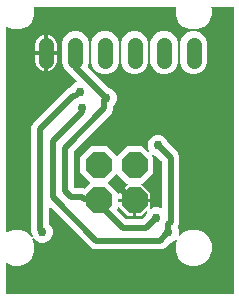
<source format=gbr>
G04 EAGLE Gerber X2 export*
%TF.Part,Single*%
%TF.FileFunction,Copper,L2,Bot,Mixed*%
%TF.FilePolarity,Positive*%
%TF.GenerationSoftware,Autodesk,EAGLE,9.1.0*%
%TF.CreationDate,2018-11-27T18:07:30Z*%
G75*
%MOMM*%
%FSLAX34Y34*%
%LPD*%
%AMOC8*
5,1,8,0,0,1.08239X$1,22.5*%
G01*
%ADD10C,1.308000*%
%ADD11P,2.336880X8X22.500000*%
%ADD12C,0.500000*%
%ADD13C,0.756400*%

G36*
X203336Y10926D02*
X203336Y10926D01*
X203355Y10924D01*
X203457Y10946D01*
X203559Y10962D01*
X203576Y10972D01*
X203596Y10976D01*
X203685Y11029D01*
X203776Y11078D01*
X203790Y11092D01*
X203807Y11102D01*
X203874Y11181D01*
X203946Y11256D01*
X203954Y11274D01*
X203967Y11289D01*
X204006Y11385D01*
X204049Y11479D01*
X204051Y11499D01*
X204059Y11517D01*
X204077Y11684D01*
X204077Y253316D01*
X204074Y253336D01*
X204076Y253355D01*
X204054Y253457D01*
X204038Y253559D01*
X204028Y253576D01*
X204024Y253596D01*
X203971Y253685D01*
X203922Y253776D01*
X203908Y253790D01*
X203898Y253807D01*
X203819Y253874D01*
X203744Y253946D01*
X203726Y253954D01*
X203711Y253967D01*
X203615Y254006D01*
X203521Y254049D01*
X203501Y254051D01*
X203483Y254059D01*
X203316Y254077D01*
X185860Y254077D01*
X185815Y254070D01*
X185769Y254072D01*
X185694Y254050D01*
X185618Y254038D01*
X185577Y254016D01*
X185533Y254003D01*
X185469Y253959D01*
X185400Y253922D01*
X185369Y253889D01*
X185331Y253863D01*
X185284Y253800D01*
X185231Y253744D01*
X185211Y253702D01*
X185184Y253666D01*
X185160Y253592D01*
X185127Y253521D01*
X185122Y253475D01*
X185108Y253432D01*
X185109Y253354D01*
X185100Y253277D01*
X185110Y253232D01*
X185110Y253186D01*
X185148Y253055D01*
X185152Y253036D01*
X185155Y253032D01*
X185157Y253025D01*
X185161Y253016D01*
X185161Y246984D01*
X182853Y241412D01*
X178588Y237147D01*
X173016Y234839D01*
X166984Y234839D01*
X161412Y237147D01*
X157147Y241412D01*
X154839Y246984D01*
X154839Y253016D01*
X154843Y253025D01*
X154853Y253069D01*
X154873Y253111D01*
X154881Y253188D01*
X154899Y253264D01*
X154895Y253310D01*
X154900Y253355D01*
X154883Y253431D01*
X154876Y253509D01*
X154857Y253551D01*
X154848Y253596D01*
X154808Y253663D01*
X154776Y253734D01*
X154745Y253768D01*
X154722Y253807D01*
X154662Y253858D01*
X154610Y253915D01*
X154570Y253937D01*
X154535Y253967D01*
X154462Y253996D01*
X154394Y254033D01*
X154349Y254042D01*
X154306Y254059D01*
X154171Y254074D01*
X154152Y254077D01*
X154147Y254076D01*
X154140Y254077D01*
X35860Y254077D01*
X35815Y254070D01*
X35769Y254072D01*
X35694Y254050D01*
X35618Y254038D01*
X35577Y254016D01*
X35533Y254003D01*
X35469Y253959D01*
X35400Y253922D01*
X35369Y253889D01*
X35331Y253863D01*
X35284Y253800D01*
X35231Y253744D01*
X35211Y253702D01*
X35184Y253666D01*
X35160Y253592D01*
X35127Y253521D01*
X35122Y253475D01*
X35108Y253432D01*
X35109Y253354D01*
X35100Y253277D01*
X35110Y253232D01*
X35110Y253186D01*
X35148Y253055D01*
X35152Y253036D01*
X35155Y253032D01*
X35157Y253025D01*
X35161Y253016D01*
X35161Y246984D01*
X32853Y241412D01*
X28588Y237147D01*
X23016Y234839D01*
X16984Y234839D01*
X11975Y236914D01*
X11931Y236925D01*
X11889Y236944D01*
X11812Y236952D01*
X11736Y236970D01*
X11690Y236966D01*
X11645Y236971D01*
X11568Y236954D01*
X11491Y236947D01*
X11449Y236929D01*
X11404Y236919D01*
X11337Y236879D01*
X11266Y236847D01*
X11232Y236816D01*
X11193Y236793D01*
X11142Y236733D01*
X11085Y236681D01*
X11063Y236641D01*
X11033Y236606D01*
X11004Y236533D01*
X10967Y236465D01*
X10958Y236420D01*
X10941Y236378D01*
X10926Y236242D01*
X10923Y236223D01*
X10924Y236218D01*
X10923Y236211D01*
X10923Y63789D01*
X10930Y63744D01*
X10928Y63698D01*
X10950Y63623D01*
X10962Y63546D01*
X10984Y63506D01*
X10997Y63462D01*
X11041Y63398D01*
X11078Y63329D01*
X11111Y63298D01*
X11137Y63260D01*
X11200Y63213D01*
X11256Y63160D01*
X11298Y63140D01*
X11334Y63113D01*
X11408Y63089D01*
X11479Y63056D01*
X11525Y63051D01*
X11568Y63037D01*
X11646Y63038D01*
X11723Y63029D01*
X11768Y63039D01*
X11814Y63039D01*
X11946Y63077D01*
X11964Y63081D01*
X11968Y63084D01*
X11975Y63086D01*
X16984Y65161D01*
X23016Y65161D01*
X28588Y62853D01*
X32654Y58787D01*
X32733Y58730D01*
X32808Y58668D01*
X32832Y58659D01*
X32853Y58643D01*
X32946Y58615D01*
X33037Y58580D01*
X33063Y58579D01*
X33088Y58571D01*
X33186Y58574D01*
X33283Y58569D01*
X33308Y58577D01*
X33334Y58577D01*
X33426Y58611D01*
X33519Y58638D01*
X33541Y58653D01*
X33565Y58662D01*
X33641Y58723D01*
X33721Y58778D01*
X33737Y58799D01*
X33757Y58816D01*
X33810Y58898D01*
X33868Y58976D01*
X33876Y59000D01*
X33890Y59023D01*
X33914Y59117D01*
X33944Y59210D01*
X33944Y59236D01*
X33950Y59261D01*
X33943Y59358D01*
X33942Y59455D01*
X33933Y59487D01*
X33931Y59506D01*
X33918Y59537D01*
X33895Y59617D01*
X33217Y61253D01*
X33217Y61977D01*
X33207Y62041D01*
X33206Y62107D01*
X33183Y62187D01*
X33178Y62219D01*
X33168Y62237D01*
X33159Y62268D01*
X32749Y63258D01*
X32749Y151992D01*
X33891Y154749D01*
X64001Y184859D01*
X65130Y185326D01*
X65208Y185375D01*
X65289Y185416D01*
X65312Y185439D01*
X65339Y185456D01*
X65397Y185526D01*
X65461Y185591D01*
X65481Y185627D01*
X65496Y185646D01*
X65508Y185676D01*
X65542Y185738D01*
X66054Y186975D01*
X68525Y189446D01*
X70599Y190305D01*
X70638Y190329D01*
X70681Y190345D01*
X70742Y190393D01*
X70808Y190434D01*
X70837Y190470D01*
X70873Y190498D01*
X70915Y190564D01*
X70965Y190624D01*
X70981Y190667D01*
X71006Y190705D01*
X71025Y190781D01*
X71053Y190853D01*
X71055Y190899D01*
X71066Y190944D01*
X71060Y191021D01*
X71064Y191099D01*
X71051Y191143D01*
X71047Y191189D01*
X71017Y191261D01*
X70995Y191335D01*
X70969Y191373D01*
X70951Y191415D01*
X70865Y191522D01*
X70855Y191537D01*
X70851Y191540D01*
X70846Y191546D01*
X65858Y196534D01*
X64002Y198390D01*
X63949Y198428D01*
X63902Y198474D01*
X63829Y198514D01*
X63803Y198534D01*
X63784Y198539D01*
X63755Y198555D01*
X63463Y198676D01*
X60216Y201923D01*
X58459Y206164D01*
X58459Y223836D01*
X60216Y228077D01*
X63463Y231324D01*
X67704Y233081D01*
X72296Y233081D01*
X76537Y231324D01*
X79784Y228077D01*
X81541Y223836D01*
X81541Y206164D01*
X80535Y203737D01*
X80509Y203623D01*
X80480Y203510D01*
X80481Y203504D01*
X80479Y203498D01*
X80490Y203381D01*
X80499Y203265D01*
X80502Y203259D01*
X80502Y203253D01*
X80550Y203145D01*
X80595Y203038D01*
X80600Y203033D01*
X80602Y203028D01*
X80615Y203014D01*
X80700Y202907D01*
X98023Y185585D01*
X98076Y185547D01*
X98123Y185501D01*
X98196Y185460D01*
X98223Y185441D01*
X98241Y185435D01*
X98270Y185420D01*
X101225Y184196D01*
X103696Y181725D01*
X105033Y178497D01*
X105033Y175003D01*
X103696Y171775D01*
X102224Y170303D01*
X102171Y170229D01*
X102111Y170160D01*
X102099Y170130D01*
X102080Y170103D01*
X102053Y170016D01*
X102019Y169931D01*
X102015Y169891D01*
X102008Y169868D01*
X102009Y169836D01*
X102001Y169765D01*
X102001Y166508D01*
X100859Y163751D01*
X68974Y131866D01*
X68921Y131792D01*
X68861Y131723D01*
X68849Y131692D01*
X68830Y131666D01*
X68803Y131579D01*
X68769Y131494D01*
X68765Y131454D01*
X68758Y131431D01*
X68759Y131399D01*
X68751Y131328D01*
X68751Y101422D01*
X68765Y101332D01*
X68773Y101241D01*
X68785Y101211D01*
X68790Y101179D01*
X68833Y101099D01*
X68869Y101015D01*
X68895Y100983D01*
X68906Y100962D01*
X68929Y100940D01*
X68974Y100884D01*
X69384Y100474D01*
X69458Y100421D01*
X69527Y100361D01*
X69558Y100349D01*
X69584Y100330D01*
X69671Y100303D01*
X69756Y100269D01*
X69796Y100265D01*
X69819Y100258D01*
X69851Y100259D01*
X69922Y100251D01*
X76742Y100251D01*
X77100Y100103D01*
X77213Y100076D01*
X77327Y100047D01*
X77333Y100048D01*
X77339Y100046D01*
X77455Y100057D01*
X77572Y100067D01*
X77578Y100069D01*
X77584Y100070D01*
X77692Y100118D01*
X77798Y100163D01*
X77804Y100167D01*
X77809Y100170D01*
X77823Y100182D01*
X77929Y100268D01*
X82123Y104462D01*
X82135Y104478D01*
X82150Y104490D01*
X82206Y104577D01*
X82267Y104661D01*
X82273Y104681D01*
X82283Y104697D01*
X82309Y104798D01*
X82339Y104897D01*
X82339Y104916D01*
X82343Y104936D01*
X82335Y105039D01*
X82333Y105142D01*
X82326Y105161D01*
X82324Y105181D01*
X82284Y105276D01*
X82248Y105373D01*
X82236Y105389D01*
X82228Y105407D01*
X82123Y105538D01*
X74204Y113457D01*
X74204Y126543D01*
X83457Y135796D01*
X96543Y135796D01*
X104462Y127877D01*
X104478Y127865D01*
X104490Y127850D01*
X104578Y127794D01*
X104661Y127733D01*
X104680Y127727D01*
X104697Y127717D01*
X104798Y127691D01*
X104897Y127661D01*
X104916Y127661D01*
X104936Y127657D01*
X105039Y127665D01*
X105142Y127667D01*
X105161Y127674D01*
X105181Y127676D01*
X105276Y127716D01*
X105373Y127752D01*
X105389Y127764D01*
X105407Y127772D01*
X105538Y127877D01*
X113457Y135796D01*
X126543Y135796D01*
X131079Y131259D01*
X131158Y131202D01*
X131233Y131140D01*
X131258Y131131D01*
X131279Y131116D01*
X131372Y131087D01*
X131463Y131052D01*
X131489Y131051D01*
X131514Y131043D01*
X131611Y131046D01*
X131709Y131042D01*
X131734Y131049D01*
X131760Y131050D01*
X131851Y131083D01*
X131945Y131110D01*
X131966Y131125D01*
X131991Y131134D01*
X132067Y131195D01*
X132147Y131251D01*
X132163Y131272D01*
X132183Y131288D01*
X132236Y131370D01*
X132294Y131448D01*
X132302Y131473D01*
X132316Y131495D01*
X132340Y131589D01*
X132370Y131682D01*
X132370Y131708D01*
X132376Y131733D01*
X132368Y131830D01*
X132367Y131928D01*
X132358Y131959D01*
X132357Y131979D01*
X132344Y132009D01*
X132321Y132089D01*
X131217Y134753D01*
X131217Y138247D01*
X132554Y141475D01*
X135025Y143946D01*
X138253Y145283D01*
X141747Y145283D01*
X144975Y143946D01*
X147446Y141475D01*
X148670Y138520D01*
X148704Y138464D01*
X148730Y138404D01*
X148776Y138347D01*
X148791Y138322D01*
X148795Y138318D01*
X148799Y138311D01*
X148814Y138298D01*
X148835Y138273D01*
X156859Y130249D01*
X158001Y127492D01*
X158001Y70258D01*
X156848Y67474D01*
X156820Y67436D01*
X156750Y67342D01*
X156748Y67336D01*
X156745Y67331D01*
X156711Y67220D01*
X156674Y67108D01*
X156674Y67102D01*
X156672Y67096D01*
X156675Y66979D01*
X156677Y66862D01*
X156679Y66855D01*
X156679Y66850D01*
X156685Y66833D01*
X156723Y66701D01*
X157533Y64747D01*
X157533Y61253D01*
X157385Y60897D01*
X157363Y60802D01*
X157334Y60709D01*
X157335Y60683D01*
X157329Y60657D01*
X157338Y60561D01*
X157341Y60463D01*
X157350Y60439D01*
X157352Y60413D01*
X157392Y60324D01*
X157425Y60232D01*
X157442Y60212D01*
X157452Y60188D01*
X157518Y60116D01*
X157579Y60040D01*
X157601Y60026D01*
X157619Y60007D01*
X157704Y59960D01*
X157786Y59907D01*
X157811Y59901D01*
X157834Y59888D01*
X157930Y59871D01*
X158024Y59847D01*
X158050Y59849D01*
X158076Y59844D01*
X158173Y59859D01*
X158270Y59866D01*
X158294Y59876D01*
X158319Y59880D01*
X158406Y59924D01*
X158496Y59963D01*
X158521Y59983D01*
X158539Y59992D01*
X158562Y60015D01*
X158627Y60067D01*
X161412Y62853D01*
X166984Y65161D01*
X173016Y65161D01*
X178588Y62853D01*
X182853Y58588D01*
X185161Y53016D01*
X185161Y46984D01*
X182853Y41412D01*
X178588Y37147D01*
X173016Y34839D01*
X166984Y34839D01*
X161412Y37147D01*
X157147Y41412D01*
X154839Y46984D01*
X154839Y53016D01*
X155958Y55716D01*
X155980Y55811D01*
X156009Y55904D01*
X156008Y55930D01*
X156014Y55955D01*
X156005Y56052D01*
X156002Y56150D01*
X155993Y56174D01*
X155991Y56200D01*
X155951Y56289D01*
X155918Y56381D01*
X155901Y56401D01*
X155891Y56425D01*
X155825Y56497D01*
X155764Y56573D01*
X155742Y56587D01*
X155724Y56606D01*
X155639Y56653D01*
X155557Y56706D01*
X155532Y56712D01*
X155509Y56725D01*
X155413Y56742D01*
X155319Y56766D01*
X155293Y56764D01*
X155267Y56768D01*
X155170Y56754D01*
X155073Y56747D01*
X155049Y56736D01*
X155024Y56733D01*
X154937Y56688D01*
X154847Y56650D01*
X154822Y56630D01*
X154804Y56621D01*
X154781Y56597D01*
X154716Y56546D01*
X153725Y55554D01*
X150770Y54330D01*
X150714Y54296D01*
X150654Y54270D01*
X150589Y54218D01*
X150561Y54201D01*
X150548Y54186D01*
X150523Y54165D01*
X145999Y49641D01*
X143242Y48499D01*
X86008Y48499D01*
X83251Y49641D01*
X81034Y51858D01*
X49050Y83842D01*
X48992Y83884D01*
X48940Y83933D01*
X48893Y83955D01*
X48851Y83986D01*
X48782Y84007D01*
X48717Y84037D01*
X48665Y84043D01*
X48615Y84058D01*
X48544Y84056D01*
X48473Y84064D01*
X48422Y84053D01*
X48370Y84052D01*
X48302Y84027D01*
X48232Y84012D01*
X48187Y83985D01*
X48139Y83967D01*
X48083Y83922D01*
X48021Y83886D01*
X47987Y83846D01*
X47947Y83813D01*
X47908Y83753D01*
X47861Y83699D01*
X47842Y83650D01*
X47814Y83607D01*
X47796Y83537D01*
X47769Y83471D01*
X47761Y83399D01*
X47753Y83368D01*
X47755Y83345D01*
X47751Y83304D01*
X47751Y69985D01*
X47765Y69895D01*
X47773Y69804D01*
X47785Y69774D01*
X47790Y69743D01*
X47833Y69662D01*
X47869Y69578D01*
X47895Y69546D01*
X47906Y69525D01*
X47929Y69503D01*
X47974Y69447D01*
X49446Y67975D01*
X50783Y64747D01*
X50783Y61253D01*
X49446Y58025D01*
X46975Y55554D01*
X43747Y54217D01*
X40253Y54217D01*
X37025Y55554D01*
X34753Y57826D01*
X34674Y57883D01*
X34599Y57945D01*
X34575Y57954D01*
X34554Y57969D01*
X34461Y57998D01*
X34370Y58033D01*
X34344Y58034D01*
X34319Y58042D01*
X34221Y58039D01*
X34124Y58043D01*
X34099Y58036D01*
X34073Y58035D01*
X33981Y58002D01*
X33888Y57975D01*
X33866Y57960D01*
X33842Y57951D01*
X33766Y57890D01*
X33686Y57835D01*
X33670Y57814D01*
X33650Y57797D01*
X33597Y57715D01*
X33539Y57637D01*
X33531Y57612D01*
X33517Y57590D01*
X33493Y57496D01*
X33463Y57403D01*
X33463Y57377D01*
X33457Y57352D01*
X33464Y57255D01*
X33465Y57157D01*
X33474Y57126D01*
X33476Y57107D01*
X33489Y57076D01*
X33512Y56996D01*
X35161Y53016D01*
X35161Y46984D01*
X32853Y41412D01*
X28588Y37147D01*
X23016Y34839D01*
X16984Y34839D01*
X11975Y36914D01*
X11931Y36925D01*
X11889Y36944D01*
X11812Y36952D01*
X11736Y36970D01*
X11690Y36966D01*
X11645Y36971D01*
X11568Y36954D01*
X11491Y36947D01*
X11449Y36929D01*
X11404Y36919D01*
X11337Y36879D01*
X11266Y36847D01*
X11232Y36816D01*
X11193Y36793D01*
X11142Y36733D01*
X11085Y36681D01*
X11063Y36641D01*
X11033Y36606D01*
X11004Y36533D01*
X10967Y36465D01*
X10958Y36420D01*
X10941Y36378D01*
X10926Y36242D01*
X10923Y36223D01*
X10924Y36218D01*
X10923Y36211D01*
X10923Y11684D01*
X10926Y11664D01*
X10924Y11645D01*
X10946Y11543D01*
X10962Y11441D01*
X10972Y11424D01*
X10976Y11404D01*
X11029Y11315D01*
X11078Y11224D01*
X11092Y11210D01*
X11102Y11193D01*
X11181Y11126D01*
X11256Y11054D01*
X11274Y11046D01*
X11289Y11033D01*
X11385Y10994D01*
X11479Y10951D01*
X11499Y10949D01*
X11517Y10941D01*
X11684Y10923D01*
X203316Y10923D01*
X203336Y10926D01*
G37*
%LPC*%
G36*
X167704Y196919D02*
X167704Y196919D01*
X163463Y198676D01*
X160216Y201923D01*
X158459Y206164D01*
X158459Y223836D01*
X160216Y228077D01*
X163463Y231324D01*
X167704Y233081D01*
X172296Y233081D01*
X176537Y231324D01*
X179784Y228077D01*
X181541Y223836D01*
X181541Y206164D01*
X179784Y201923D01*
X176537Y198676D01*
X172296Y196919D01*
X167704Y196919D01*
G37*
%LPD*%
%LPC*%
G36*
X142704Y196919D02*
X142704Y196919D01*
X138463Y198676D01*
X135216Y201923D01*
X133459Y206164D01*
X133459Y223836D01*
X135216Y228077D01*
X138463Y231324D01*
X142704Y233081D01*
X147296Y233081D01*
X151537Y231324D01*
X154784Y228077D01*
X156541Y223836D01*
X156541Y206164D01*
X154784Y201923D01*
X151537Y198676D01*
X147296Y196919D01*
X142704Y196919D01*
G37*
%LPD*%
%LPC*%
G36*
X117704Y196919D02*
X117704Y196919D01*
X113463Y198676D01*
X110216Y201923D01*
X108459Y206164D01*
X108459Y223836D01*
X110216Y228077D01*
X113463Y231324D01*
X117704Y233081D01*
X122296Y233081D01*
X126537Y231324D01*
X129784Y228077D01*
X131541Y223836D01*
X131541Y206164D01*
X129784Y201923D01*
X126537Y198676D01*
X122296Y196919D01*
X117704Y196919D01*
G37*
%LPD*%
%LPC*%
G36*
X92704Y196919D02*
X92704Y196919D01*
X88463Y198676D01*
X85216Y201923D01*
X83459Y206164D01*
X83459Y223836D01*
X85216Y228077D01*
X88463Y231324D01*
X92704Y233081D01*
X97296Y233081D01*
X101537Y231324D01*
X104784Y228077D01*
X106541Y223836D01*
X106541Y206164D01*
X104784Y201923D01*
X101537Y198676D01*
X97296Y196919D01*
X92704Y196919D01*
G37*
%LPD*%
G36*
X126168Y74015D02*
X126168Y74015D01*
X126259Y74023D01*
X126289Y74035D01*
X126321Y74040D01*
X126401Y74083D01*
X126485Y74119D01*
X126517Y74145D01*
X126538Y74156D01*
X126560Y74179D01*
X126616Y74224D01*
X129415Y77023D01*
X129453Y77076D01*
X129499Y77123D01*
X129540Y77196D01*
X129559Y77223D01*
X129565Y77241D01*
X129580Y77270D01*
X130556Y79625D01*
X130578Y79720D01*
X130607Y79813D01*
X130606Y79839D01*
X130612Y79865D01*
X130603Y79961D01*
X130600Y80059D01*
X130591Y80083D01*
X130589Y80110D01*
X130549Y80198D01*
X130516Y80290D01*
X130500Y80310D01*
X130489Y80334D01*
X130423Y80406D01*
X130362Y80482D01*
X130340Y80496D01*
X130323Y80515D01*
X130237Y80562D01*
X130155Y80615D01*
X130130Y80621D01*
X130107Y80634D01*
X130011Y80651D01*
X129917Y80675D01*
X129891Y80673D01*
X129865Y80678D01*
X129768Y80663D01*
X129672Y80656D01*
X129648Y80646D01*
X129622Y80642D01*
X129535Y80598D01*
X129445Y80560D01*
X129420Y80539D01*
X129402Y80530D01*
X129379Y80507D01*
X129314Y80455D01*
X125524Y76664D01*
X121523Y76664D01*
X121523Y88477D01*
X133336Y88477D01*
X133336Y84476D01*
X133045Y84186D01*
X132988Y84107D01*
X132926Y84032D01*
X132917Y84007D01*
X132902Y83986D01*
X132873Y83893D01*
X132838Y83802D01*
X132837Y83776D01*
X132829Y83751D01*
X132832Y83653D01*
X132828Y83556D01*
X132835Y83531D01*
X132836Y83505D01*
X132869Y83413D01*
X132896Y83320D01*
X132911Y83299D01*
X132920Y83274D01*
X132981Y83198D01*
X133037Y83118D01*
X133057Y83102D01*
X133074Y83082D01*
X133156Y83029D01*
X133234Y82971D01*
X133259Y82963D01*
X133281Y82949D01*
X133375Y82925D01*
X133468Y82895D01*
X133494Y82895D01*
X133519Y82889D01*
X133616Y82896D01*
X133714Y82897D01*
X133745Y82906D01*
X133765Y82908D01*
X133795Y82921D01*
X133875Y82944D01*
X136503Y84033D01*
X139997Y84033D01*
X141947Y83225D01*
X141991Y83215D01*
X142033Y83195D01*
X142110Y83187D01*
X142186Y83169D01*
X142232Y83173D01*
X142277Y83168D01*
X142354Y83185D01*
X142431Y83192D01*
X142473Y83211D01*
X142518Y83220D01*
X142585Y83260D01*
X142656Y83292D01*
X142690Y83323D01*
X142729Y83347D01*
X142780Y83406D01*
X142837Y83458D01*
X142859Y83499D01*
X142889Y83534D01*
X142918Y83606D01*
X142955Y83674D01*
X142964Y83719D01*
X142981Y83762D01*
X142996Y83898D01*
X142999Y83916D01*
X142998Y83921D01*
X142999Y83928D01*
X142999Y122578D01*
X142985Y122668D01*
X142977Y122759D01*
X142965Y122789D01*
X142960Y122821D01*
X142917Y122901D01*
X142881Y122985D01*
X142855Y123017D01*
X142844Y123038D01*
X142821Y123060D01*
X142776Y123116D01*
X138227Y127665D01*
X138174Y127703D01*
X138127Y127749D01*
X138054Y127790D01*
X138027Y127809D01*
X138009Y127815D01*
X137980Y127830D01*
X135589Y128821D01*
X135494Y128843D01*
X135401Y128872D01*
X135375Y128871D01*
X135349Y128877D01*
X135253Y128868D01*
X135155Y128865D01*
X135131Y128856D01*
X135105Y128854D01*
X135016Y128814D01*
X134924Y128781D01*
X134904Y128764D01*
X134880Y128754D01*
X134808Y128688D01*
X134732Y128627D01*
X134718Y128605D01*
X134699Y128587D01*
X134652Y128502D01*
X134599Y128420D01*
X134593Y128395D01*
X134580Y128372D01*
X134563Y128276D01*
X134539Y128182D01*
X134541Y128156D01*
X134536Y128130D01*
X134551Y128033D01*
X134558Y127936D01*
X134568Y127912D01*
X134572Y127887D01*
X134616Y127800D01*
X134655Y127710D01*
X134675Y127685D01*
X134684Y127667D01*
X134707Y127644D01*
X134759Y127579D01*
X135796Y126543D01*
X135796Y113457D01*
X126543Y104204D01*
X126493Y104204D01*
X126422Y104193D01*
X126351Y104191D01*
X126302Y104173D01*
X126250Y104165D01*
X126187Y104131D01*
X126120Y104106D01*
X126079Y104074D01*
X126033Y104049D01*
X125984Y103997D01*
X125928Y103953D01*
X125899Y103909D01*
X125864Y103871D01*
X125833Y103806D01*
X125795Y103746D01*
X125782Y103695D01*
X125760Y103648D01*
X125752Y103577D01*
X125735Y103507D01*
X125739Y103455D01*
X125733Y103404D01*
X125748Y103333D01*
X125754Y103262D01*
X125774Y103214D01*
X125785Y103163D01*
X125822Y103102D01*
X125850Y103036D01*
X125895Y102980D01*
X125911Y102952D01*
X125929Y102937D01*
X125955Y102905D01*
X133336Y95524D01*
X133336Y91523D01*
X120762Y91523D01*
X120742Y91520D01*
X120723Y91522D01*
X120621Y91500D01*
X120519Y91483D01*
X120502Y91474D01*
X120482Y91470D01*
X120393Y91417D01*
X120302Y91368D01*
X120288Y91354D01*
X120271Y91344D01*
X120204Y91265D01*
X120133Y91190D01*
X120124Y91172D01*
X120111Y91157D01*
X120073Y91061D01*
X120029Y90967D01*
X120027Y90947D01*
X120019Y90929D01*
X120001Y90762D01*
X120001Y89999D01*
X119999Y89999D01*
X119999Y90762D01*
X119996Y90782D01*
X119998Y90801D01*
X119976Y90903D01*
X119959Y91005D01*
X119950Y91022D01*
X119946Y91042D01*
X119893Y91131D01*
X119844Y91222D01*
X119830Y91236D01*
X119820Y91253D01*
X119741Y91320D01*
X119666Y91391D01*
X119648Y91400D01*
X119633Y91413D01*
X119537Y91452D01*
X119443Y91495D01*
X119423Y91497D01*
X119405Y91505D01*
X119238Y91523D01*
X106557Y91523D01*
X106537Y91520D01*
X106518Y91522D01*
X106416Y91500D01*
X106314Y91483D01*
X106297Y91474D01*
X106277Y91470D01*
X106188Y91417D01*
X106097Y91368D01*
X106083Y91354D01*
X106066Y91344D01*
X105999Y91265D01*
X105927Y91190D01*
X105919Y91172D01*
X105906Y91157D01*
X105867Y91061D01*
X105824Y90967D01*
X105822Y90947D01*
X105814Y90929D01*
X105796Y90762D01*
X105796Y89238D01*
X105799Y89218D01*
X105797Y89199D01*
X105819Y89097D01*
X105835Y88995D01*
X105845Y88978D01*
X105849Y88958D01*
X105902Y88869D01*
X105951Y88778D01*
X105965Y88764D01*
X105975Y88747D01*
X106054Y88680D01*
X106129Y88609D01*
X106147Y88600D01*
X106162Y88587D01*
X106258Y88548D01*
X106352Y88505D01*
X106372Y88503D01*
X106390Y88495D01*
X106557Y88477D01*
X118477Y88477D01*
X118477Y76664D01*
X114476Y76664D01*
X107095Y84045D01*
X107037Y84087D01*
X106985Y84136D01*
X106938Y84158D01*
X106896Y84189D01*
X106827Y84210D01*
X106762Y84240D01*
X106710Y84246D01*
X106660Y84261D01*
X106589Y84259D01*
X106518Y84267D01*
X106467Y84256D01*
X106415Y84255D01*
X106347Y84230D01*
X106277Y84215D01*
X106232Y84188D01*
X106184Y84170D01*
X106128Y84125D01*
X106066Y84089D01*
X106032Y84049D01*
X105992Y84017D01*
X105953Y83956D01*
X105906Y83902D01*
X105887Y83853D01*
X105859Y83810D01*
X105841Y83740D01*
X105814Y83674D01*
X105806Y83602D01*
X105798Y83571D01*
X105800Y83548D01*
X105796Y83507D01*
X105796Y83457D01*
X105386Y83048D01*
X105375Y83032D01*
X105359Y83019D01*
X105303Y82932D01*
X105243Y82848D01*
X105237Y82829D01*
X105226Y82812D01*
X105201Y82712D01*
X105170Y82613D01*
X105171Y82593D01*
X105166Y82574D01*
X105174Y82471D01*
X105177Y82367D01*
X105184Y82348D01*
X105185Y82329D01*
X105226Y82234D01*
X105261Y82136D01*
X105274Y82120D01*
X105282Y82102D01*
X105386Y81971D01*
X113134Y74224D01*
X113208Y74171D01*
X113277Y74111D01*
X113308Y74099D01*
X113334Y74080D01*
X113421Y74053D01*
X113506Y74019D01*
X113546Y74015D01*
X113569Y74008D01*
X113601Y74009D01*
X113672Y74001D01*
X126078Y74001D01*
X126168Y74015D01*
G37*
G36*
X106667Y95748D02*
X106667Y95748D01*
X106738Y95754D01*
X106786Y95774D01*
X106837Y95785D01*
X106898Y95822D01*
X106964Y95850D01*
X107020Y95895D01*
X107048Y95911D01*
X107063Y95929D01*
X107095Y95955D01*
X114045Y102905D01*
X114087Y102963D01*
X114136Y103015D01*
X114158Y103062D01*
X114189Y103104D01*
X114210Y103173D01*
X114240Y103238D01*
X114246Y103290D01*
X114261Y103340D01*
X114259Y103411D01*
X114267Y103482D01*
X114256Y103533D01*
X114255Y103585D01*
X114230Y103653D01*
X114215Y103723D01*
X114188Y103767D01*
X114170Y103816D01*
X114125Y103872D01*
X114089Y103934D01*
X114049Y103968D01*
X114017Y104008D01*
X113956Y104047D01*
X113902Y104094D01*
X113853Y104113D01*
X113810Y104141D01*
X113740Y104159D01*
X113674Y104186D01*
X113602Y104194D01*
X113571Y104202D01*
X113548Y104200D01*
X113507Y104204D01*
X113457Y104204D01*
X105538Y112123D01*
X105522Y112135D01*
X105510Y112150D01*
X105422Y112207D01*
X105339Y112267D01*
X105320Y112273D01*
X105303Y112283D01*
X105202Y112309D01*
X105103Y112339D01*
X105084Y112339D01*
X105064Y112343D01*
X104961Y112335D01*
X104858Y112333D01*
X104839Y112326D01*
X104819Y112324D01*
X104724Y112284D01*
X104627Y112248D01*
X104611Y112236D01*
X104593Y112228D01*
X104462Y112123D01*
X97877Y105538D01*
X97865Y105522D01*
X97850Y105510D01*
X97793Y105422D01*
X97733Y105339D01*
X97727Y105320D01*
X97717Y105303D01*
X97691Y105202D01*
X97661Y105103D01*
X97661Y105084D01*
X97657Y105064D01*
X97665Y104961D01*
X97667Y104858D01*
X97674Y104839D01*
X97676Y104819D01*
X97716Y104724D01*
X97752Y104627D01*
X97764Y104611D01*
X97772Y104593D01*
X97877Y104462D01*
X105796Y96543D01*
X105796Y96493D01*
X105807Y96422D01*
X105809Y96351D01*
X105827Y96302D01*
X105835Y96250D01*
X105869Y96187D01*
X105894Y96120D01*
X105926Y96079D01*
X105951Y96033D01*
X106002Y95984D01*
X106047Y95928D01*
X106091Y95899D01*
X106129Y95864D01*
X106194Y95833D01*
X106254Y95795D01*
X106305Y95782D01*
X106352Y95760D01*
X106423Y95752D01*
X106493Y95735D01*
X106545Y95739D01*
X106596Y95733D01*
X106667Y95748D01*
G37*
%LPC*%
G36*
X46523Y216523D02*
X46523Y216523D01*
X46523Y230496D01*
X47649Y230272D01*
X49301Y229587D01*
X50789Y228593D01*
X52053Y227329D01*
X53047Y225841D01*
X53732Y224189D01*
X54081Y222434D01*
X54081Y216523D01*
X46523Y216523D01*
G37*
%LPD*%
%LPC*%
G36*
X46523Y213477D02*
X46523Y213477D01*
X54081Y213477D01*
X54081Y207566D01*
X53732Y205811D01*
X53047Y204159D01*
X52053Y202671D01*
X50789Y201407D01*
X49301Y200413D01*
X47649Y199728D01*
X46523Y199504D01*
X46523Y213477D01*
G37*
%LPD*%
%LPC*%
G36*
X35919Y216523D02*
X35919Y216523D01*
X35919Y222434D01*
X36268Y224189D01*
X36953Y225841D01*
X37947Y227329D01*
X39211Y228593D01*
X40699Y229587D01*
X42351Y230272D01*
X43477Y230496D01*
X43477Y216523D01*
X35919Y216523D01*
G37*
%LPD*%
%LPC*%
G36*
X42351Y199728D02*
X42351Y199728D01*
X40699Y200413D01*
X39211Y201407D01*
X37947Y202671D01*
X36953Y204159D01*
X36268Y205811D01*
X35919Y207566D01*
X35919Y213477D01*
X43477Y213477D01*
X43477Y199504D01*
X42351Y199728D01*
G37*
%LPD*%
%LPC*%
G36*
X44999Y214999D02*
X44999Y214999D01*
X44999Y215001D01*
X45001Y215001D01*
X45001Y214999D01*
X44999Y214999D01*
G37*
%LPD*%
D10*
X45000Y208460D02*
X45000Y221540D01*
X70000Y221540D02*
X70000Y208460D01*
X95000Y208460D02*
X95000Y221540D01*
X120000Y221540D02*
X120000Y208460D01*
X145000Y208460D02*
X145000Y221540D01*
X170000Y221540D02*
X170000Y208460D01*
D11*
X90000Y120000D03*
X120000Y120000D03*
X90000Y90000D03*
X120000Y90000D03*
D12*
X119000Y89250D02*
X105000Y103250D01*
X119000Y89250D02*
X120000Y90000D01*
D13*
X73500Y108500D03*
X105000Y103250D03*
D12*
X96250Y176750D02*
X70000Y203000D01*
X70000Y213500D01*
X70000Y215000D01*
X77000Y91000D02*
X89250Y91000D01*
X77000Y91000D02*
X75250Y92750D01*
X66500Y92750D01*
X61250Y98000D01*
X61250Y134750D01*
X94500Y168000D01*
X94500Y175000D01*
X89250Y91000D02*
X90000Y90000D01*
X94500Y175000D02*
X96250Y176750D01*
X138250Y75250D02*
X129500Y66500D01*
X110250Y66500D01*
X87500Y89250D01*
X90000Y90000D01*
D13*
X96250Y176750D03*
X138250Y75250D03*
D12*
X70000Y178500D02*
X73500Y182000D01*
X70000Y178500D02*
X68250Y178500D01*
X40250Y150500D01*
X40250Y64750D01*
X42000Y63000D01*
D13*
X73500Y182000D03*
X42000Y63000D03*
D12*
X148750Y63000D02*
X148750Y70000D01*
X150500Y71750D01*
X150500Y126000D01*
X140000Y136500D01*
X75250Y164500D02*
X75250Y168000D01*
X75250Y164500D02*
X50750Y140000D01*
X50750Y92750D01*
X87500Y56000D01*
X141750Y56000D01*
X147000Y61250D01*
X148750Y63000D01*
D13*
X148750Y63000D03*
X140000Y136500D03*
X75250Y168000D03*
M02*

</source>
